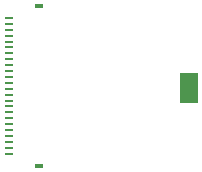
<source format=gtp>
G04 EAGLE Gerber RS-274X export*
G75*
%MOMM*%
%FSLAX34Y34*%
%LPD*%
%INSolder paste top*%
%IPPOS*%
%AMOC8*
5,1,8,0,0,1.08239X$1,22.5*%
G01*
%ADD10R,1.500000X2.500000*%
%ADD11R,0.650000X0.250000*%
%ADD12R,0.800000X0.400000*%


D10*
X546500Y137960D03*
D11*
X394150Y137200D03*
X394150Y142200D03*
X394150Y147200D03*
X394150Y152200D03*
X394150Y157200D03*
X394150Y132200D03*
X394150Y127200D03*
X394150Y122200D03*
X394150Y117200D03*
X394150Y112200D03*
X394150Y107200D03*
X394150Y102200D03*
X394150Y97200D03*
X394150Y92200D03*
X394150Y87200D03*
X394150Y82200D03*
X394150Y162200D03*
X394150Y167200D03*
X394150Y172200D03*
X394150Y177200D03*
X394150Y182200D03*
X394150Y187200D03*
X394150Y192200D03*
X394150Y197200D03*
D12*
X419900Y72200D03*
X419900Y207200D03*
M02*

</source>
